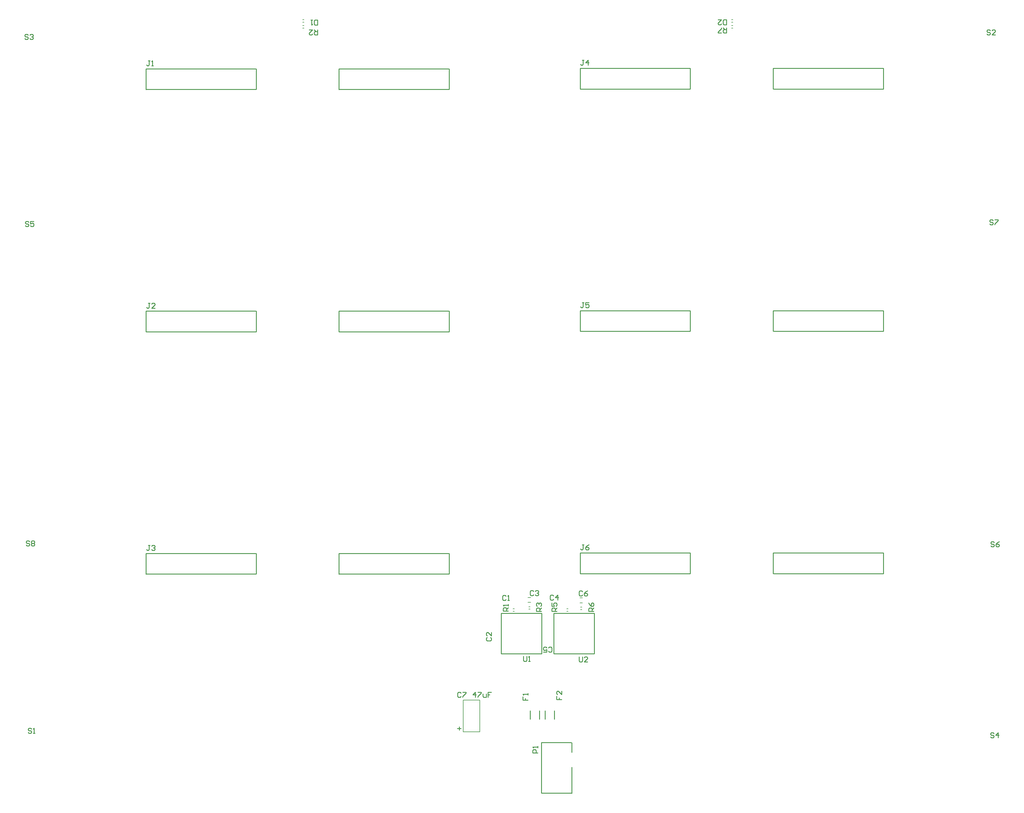
<source format=gto>
%FSTAX24Y24*%
%MOIN*%
%SFA1B1*%

%IPPOS*%
%ADD23C,0.010000*%
%ADD31C,0.007900*%
%LNtoasterbigboard-1*%
%LPD*%
G54D23*
X08972Y02596D02*
Y02711D01*
Y02111D02*
Y02421D01*
X08612Y02712D02*
X086795D01*
X08612Y02112D02*
Y02712D01*
Y02112D02*
X086745D01*
Y02712D02*
X08967D01*
X086745Y02112D02*
X08967D01*
X07638Y02859D02*
Y02898D01*
X07617Y02878D02*
X07658D01*
X062143Y107065D02*
X075142D01*
X062143Y104603D02*
Y107065D01*
X075192Y104615D02*
Y107065D01*
X062143Y104615D02*
X075192D01*
X039271D02*
X05232D01*
Y107065*
X039271Y104603D02*
Y107065D01*
X05227*
X062143Y078315D02*
X075142D01*
X062143Y075853D02*
Y078315D01*
X075192Y075865D02*
Y078315D01*
X062143Y075865D02*
X075192D01*
X039271D02*
X05232D01*
Y078315*
X039271Y075853D02*
Y078315D01*
X05227*
X062143Y049565D02*
X075142D01*
X062143Y047103D02*
Y049565D01*
X075192Y047115D02*
Y049565D01*
X062143Y047115D02*
X075192D01*
X039271D02*
X05232D01*
Y049565*
X039271Y047103D02*
Y049565D01*
X05227*
X090773Y104665D02*
X103773D01*
Y107127*
X090723Y104665D02*
Y107115D01*
X103773*
X113595D02*
X126645D01*
X113595Y104665D02*
Y107115D01*
X126645Y104665D02*
Y107127D01*
X113645Y104665D02*
X126645D01*
X090773Y075915D02*
X103773D01*
Y078377*
X090723Y075915D02*
Y078365D01*
X103773*
X113595D02*
X126645D01*
X113595Y075915D02*
Y078365D01*
X126645Y075915D02*
Y078377D01*
X113645Y075915D02*
X126645D01*
X090773Y047165D02*
X103773D01*
Y049627*
X090723Y047165D02*
Y049615D01*
X103773*
X113595D02*
X126645D01*
X113595Y047165D02*
Y049615D01*
X126645Y047165D02*
Y049627D01*
X113645Y047165D02*
X126645D01*
X0924Y03765D02*
Y04245D01*
X0876D02*
X0924D01*
X0876Y03765D02*
Y04245D01*
Y03765D02*
X0924D01*
X08615D02*
Y04245D01*
X08135D02*
X08615D01*
X08135Y03765D02*
Y04245D01*
Y03765D02*
X08615D01*
X086549Y029888D02*
Y030912D01*
X087651Y029888D02*
Y030912D01*
X084799Y029888D02*
Y030912D01*
X085901Y029888D02*
Y030912D01*
X09117Y05058D02*
X09097D01*
X09107*
Y05008*
X09097Y04998*
X09087*
X09077Y05008*
X09177Y05058D02*
X09157Y05048D01*
X09137Y05028*
Y05008*
X09147Y04998*
X09167*
X09177Y05008*
Y05018*
X09167Y05028*
X09137*
X09117Y07933D02*
X09097D01*
X09107*
Y07883*
X09097Y07873*
X09087*
X09077Y07883*
X09177Y07933D02*
X09137D01*
Y07903*
X09157Y07913*
X09167*
X09177Y07903*
Y07883*
X09167Y07873*
X09147*
X09137Y07883*
X059605Y11225D02*
Y11285D01*
X059305*
X059205Y11275*
Y11235*
X059305Y11225*
X059605*
X059005Y11285D02*
X058805D01*
X058905*
Y11225*
X059005Y11235*
X108055Y1123D02*
Y1129D01*
X107755*
X107655Y1128*
Y1124*
X107755Y1123*
X108055*
X107055Y1129D02*
X107455D01*
X107055Y1125*
Y1124*
X107155Y1123*
X107355*
X107455Y1124*
X059595Y11169D02*
Y11109D01*
X059295*
X059195Y11119*
Y11139*
X059295Y11149*
X059595*
X059395D02*
X059195Y11169D01*
X058595D02*
X058995D01*
X058595Y11129*
Y11119*
X058695Y11109*
X058895*
X058995Y11119*
X10805Y11194D02*
Y11134D01*
X10775*
X10765Y11144*
Y11164*
X10775Y11174*
X10805*
X10785D02*
X10765Y11194D01*
X10745Y11134D02*
X10705D01*
Y11144*
X10745Y11184*
Y11194*
X08193Y04449D02*
X08183Y04459D01*
X08163*
X08153Y04449*
Y04409*
X08163Y04399*
X08183*
X08193Y04409*
X08213Y04399D02*
X08233D01*
X08223*
Y04459*
X08213Y04449*
X0797Y0396D02*
X0796Y0395D01*
Y0393*
X0797Y0392*
X0801*
X0802Y0393*
Y0395*
X0801Y0396*
X0802Y0402D02*
Y0398D01*
X0798Y0402*
X0797*
X0796Y0401*
Y0399*
X0797Y0398*
X08519Y04506D02*
X08509Y04516D01*
X08489*
X08479Y04506*
Y04466*
X08489Y04456*
X08509*
X08519Y04466*
X08539Y04506D02*
X08549Y04516D01*
X08569*
X08579Y04506*
Y04496*
X08569Y04486*
X08559*
X08569*
X08579Y04476*
Y04466*
X08569Y04456*
X08549*
X08539Y04466*
X08757Y04453D02*
X08747Y04463D01*
X08727*
X08717Y04453*
Y04413*
X08727Y04403*
X08747*
X08757Y04413*
X08807Y04403D02*
Y04463D01*
X08777Y04433*
X08817*
X08697Y03797D02*
X08707Y03787D01*
X08727*
X08737Y03797*
Y03837*
X08727Y03847*
X08707*
X08697Y03837*
X08637Y03787D02*
X08677D01*
Y03817*
X08657Y03807*
X08647*
X08637Y03817*
Y03837*
X08647Y03847*
X08667*
X08677Y03837*
X09098Y04504D02*
X09088Y04514D01*
X09068*
X09058Y04504*
Y04464*
X09068Y04454*
X09088*
X09098Y04464*
X09158Y04514D02*
X09138Y04504D01*
X09118Y04484*
Y04464*
X09128Y04454*
X09148*
X09158Y04464*
Y04474*
X09148Y04484*
X09118*
X08393Y03255D02*
Y03215D01*
X08423*
Y03235*
Y03215*
X08453*
Y03275D02*
Y03295D01*
Y03285*
X08393*
X08403Y03275*
X08793Y03262D02*
Y03222D01*
X08823*
Y03242*
Y03222*
X08853*
Y03322D02*
Y03282D01*
X08813Y03322*
X08803*
X08793Y03312*
Y03292*
X08803Y03282*
X0857Y02588D02*
X0851D01*
Y02618*
X0852Y02628*
X0854*
X0855Y02618*
Y02588*
X0857Y02648D02*
Y02668D01*
Y02658*
X0851*
X0852Y02648*
X08218Y04274D02*
X08158D01*
Y04304*
X08168Y04314*
X08188*
X08198Y04304*
Y04274*
Y04294D02*
X08218Y04314D01*
Y04334D02*
Y04354D01*
Y04344*
X08158*
X08168Y04334*
X08612Y04269D02*
X08552D01*
Y04299*
X08562Y04309*
X08582*
X08592Y04299*
Y04269*
Y04289D02*
X08612Y04309D01*
X08562Y04329D02*
X08552Y04339D01*
Y04359*
X08562Y04369*
X08572*
X08582Y04359*
Y04349*
Y04359*
X08592Y04369*
X08602*
X08612Y04359*
Y04339*
X08602Y04329*
X08797Y04271D02*
X08737D01*
Y04301*
X08747Y04311*
X08767*
X08777Y04301*
Y04271*
Y04291D02*
X08797Y04311D01*
X08737Y04371D02*
Y04331D01*
X08767*
X08757Y04351*
Y04361*
X08767Y04371*
X08787*
X08797Y04361*
Y04341*
X08787Y04331*
X09232Y04269D02*
X09172D01*
Y04299*
X09182Y04309*
X09202*
X09212Y04299*
Y04269*
Y04289D02*
X09232Y04309D01*
X09172Y04369D02*
X09182Y04349D01*
X09202Y04329*
X09222*
X09232Y04339*
Y04359*
X09222Y04369*
X09212*
X09202Y04359*
Y04329*
X084Y03735D02*
Y03685D01*
X0841Y03675*
X0843*
X0844Y03685*
Y03735*
X0846Y03675D02*
X0848D01*
X0847*
Y03735*
X0846Y03725*
X0906Y0373D02*
Y0368D01*
X0907Y0367*
X0909*
X091Y0368*
Y0373*
X0916Y0367D02*
X0912D01*
X0916Y0371*
Y0372*
X0915Y0373*
X0913*
X0912Y0372*
X09117Y10808D02*
X09097D01*
X09107*
Y10758*
X09097Y10748*
X09087*
X09077Y10758*
X09167Y10748D02*
Y10808D01*
X09137Y10778*
X09177*
X03972Y05052D02*
X03952D01*
X03962*
Y05002*
X03952Y04992*
X03942*
X03932Y05002*
X03992Y05042D02*
X04002Y05052D01*
X04022*
X04032Y05042*
Y05032*
X04022Y05022*
X04012*
X04022*
X04032Y05012*
Y05002*
X04022Y04992*
X04002*
X03992Y05002*
X03972Y07926D02*
X03952D01*
X03962*
Y07876*
X03952Y07866*
X03942*
X03932Y07876*
X04032Y07866D02*
X03992D01*
X04032Y07906*
Y07916*
X04022Y07926*
X04002*
X03992Y07916*
X03972Y10802D02*
X03952D01*
X03962*
Y10752*
X03952Y10742*
X03942*
X03932Y10752*
X03992Y10742D02*
X04012D01*
X04002*
Y10802*
X03992Y10792*
X0257Y028716D02*
X0256Y028816D01*
X0254*
X0253Y028716*
Y028616*
X0254Y028516*
X0256*
X0257Y028416*
Y028316*
X0256Y028216*
X0254*
X0253Y028316*
X0259Y028216D02*
X0261D01*
X026*
Y028816*
X0259Y028716*
X139325Y1116D02*
X139225Y1117D01*
X139025*
X138925Y1116*
Y1115*
X139025Y1114*
X139225*
X139325Y1113*
Y1112*
X139225Y1111*
X139025*
X138925Y1112*
X139925Y1111D02*
X139525D01*
X139925Y1115*
Y1116*
X139825Y1117*
X139625*
X139525Y1116*
X0253Y11105D02*
X0252Y11115D01*
X025*
X0249Y11105*
Y11095*
X025Y11085*
X0252*
X0253Y11075*
Y11065*
X0252Y11055*
X025*
X0249Y11065*
X0255Y11105D02*
X0256Y11115D01*
X0258*
X0259Y11105*
Y11095*
X0258Y11085*
X0257*
X0258*
X0259Y11075*
Y11065*
X0258Y11055*
X0256*
X0255Y11065*
X13975Y0282D02*
X13965Y0283D01*
X13945*
X13935Y0282*
Y0281*
X13945Y028*
X13965*
X13975Y0279*
Y0278*
X13965Y0277*
X13945*
X13935Y0278*
X14025Y0277D02*
Y0283D01*
X13995Y028*
X14035*
X02535Y08885D02*
X02525Y08895D01*
X02505*
X02495Y08885*
Y08875*
X02505Y08865*
X02525*
X02535Y08855*
Y08845*
X02525Y08835*
X02505*
X02495Y08845*
X02595Y08895D02*
X02555D01*
Y08865*
X02575Y08875*
X02585*
X02595Y08865*
Y08845*
X02585Y08835*
X02565*
X02555Y08845*
X1398Y05085D02*
X1397Y05095D01*
X1395*
X1394Y05085*
Y05075*
X1395Y05065*
X1397*
X1398Y05055*
Y05045*
X1397Y05035*
X1395*
X1394Y05045*
X1404Y05095D02*
X1402Y05085D01*
X14Y05065*
Y05045*
X1401Y05035*
X1403*
X1404Y05045*
Y05055*
X1403Y05065*
X14*
X13965Y08905D02*
X13955Y08915D01*
X13935*
X13925Y08905*
Y08895*
X13935Y08885*
X13955*
X13965Y08875*
Y08865*
X13955Y08855*
X13935*
X13925Y08865*
X13985Y08915D02*
X14025D01*
Y08905*
X13985Y08865*
Y08855*
X02545Y05095D02*
X02535Y05105D01*
X02515*
X02505Y05095*
Y05085*
X02515Y05075*
X02535*
X02545Y05065*
Y05055*
X02535Y05045*
X02515*
X02505Y05055*
X02565Y05095D02*
X02575Y05105D01*
X02595*
X02605Y05095*
Y05085*
X02595Y05075*
X02605Y05065*
Y05055*
X02595Y05045*
X02575*
X02565Y05055*
Y05065*
X02575Y05075*
X02565Y05085*
Y05095*
X02575Y05075D02*
X02595D01*
X07658Y03299D02*
X07648Y03309D01*
X07628*
X07618Y03299*
Y03259*
X07628Y03249*
X07648*
X07658Y03259*
X07678Y03309D02*
X07718D01*
Y03299*
X07678Y03259*
Y03249*
X078279D02*
Y03309D01*
X077979Y03279*
X078379*
X078579Y03309D02*
X078979D01*
Y03299*
X078579Y03259*
Y03249*
X079179Y03289D02*
Y03259D01*
X079279Y03249*
X079579*
Y03289*
X080179Y03309D02*
X079779D01*
Y03279*
X079979*
X079779*
Y03249*
G54D31*
X07783Y028404D02*
X078814D01*
Y032176*
X076846D02*
X078814D01*
X076846Y028404D02*
Y032176D01*
Y028404D02*
X07783D01*
X108676Y112888D02*
X108833D01*
X108676Y112612D02*
X108833D01*
X057826D02*
X057983D01*
X057826Y112888D02*
X057983D01*
X090693Y043705D02*
X091007D01*
X090693Y044295D02*
X091007D01*
X084543Y043755D02*
X084857D01*
X084543Y044345D02*
X084857D01*
X090771Y042912D02*
X090929D01*
X090771Y043188D02*
X090929D01*
X089121Y042988D02*
X089279D01*
X089121Y042712D02*
X089279D01*
X084621Y042962D02*
X084779D01*
X084621Y043238D02*
X084779D01*
X082771Y042988D02*
X082929D01*
X082771Y042712D02*
X082929D01*
X108671Y111912D02*
X108829D01*
X108671Y112188D02*
X108829D01*
X057826D02*
X057983D01*
X057826Y111912D02*
X057983D01*
M02*
</source>
